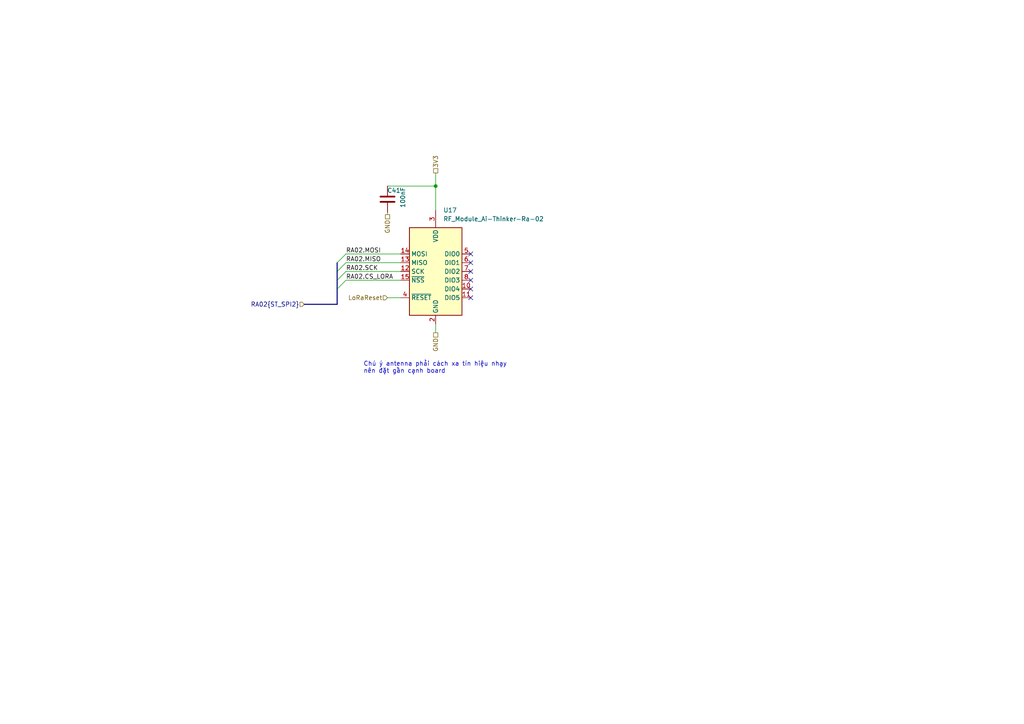
<source format=kicad_sch>
(kicad_sch (version 20231120) (generator "eeschema") (generator_version "8.0")
  (paper "A4")
  (lib_symbols
    (symbol "Device:C" (pin_numbers hide) (pin_names (offset 0.254))
      (property "Reference" "C" (at 0.635 2.54 0))
      (property "Value" "C" (at 0.635 -2.54 0))
      (symbol "C_0_1"
        (polyline (pts (xy -2.032 -0.762) (xy 2.032 -0.762)) (stroke (width 0.508)))
        (polyline (pts (xy -2.032 0.762) (xy 2.032 0.762)) (stroke (width 0.508)))
      )
      (symbol "C_1_1"
        (pin passive line (at 0 3.81 270) (length 2.794) (name "~") (number "1"))
        (pin passive line (at 0 -3.81 90) (length 2.794) (name "~") (number "2"))
      )
    )
    (symbol "SpiritBoi_Library:RF_Module_Ai-Thinker-Ra-02"
      (property "Reference" "U" (at 2.54 19.05 0))
      (property "Value" "RF_Module_Ai-Thinker-Ra-02" (at 13.97 -15.24 0))
      (symbol "RF_Module_Ai-Thinker-Ra-02_0_1"
        (rectangle (start -7.62 12.7) (end 7.62 -12.7) (stroke (width 0.254)) (fill (type background)))
      )
      (symbol "RF_Module_Ai-Thinker-Ra-02_1_1"
        (pin passive line (at 0 -15.24 90) (length 2.54) hide (name "GND") (number "1"))
        (pin bidirectional line (at 10.16 -5.08 180) (length 2.54) (name "DIO4") (number "10"))
        (pin bidirectional line (at 10.16 -7.62 180) (length 2.54) (name "DIO5") (number "11"))
        (pin input line (at -10.16 0 0) (length 2.54) (name "SCK") (number "12"))
        (pin output line (at -10.16 2.54 0) (length 2.54) (name "MISO") (number "13"))
        (pin input line (at -10.16 5.08 0) (length 2.54) (name "MOSI") (number "14"))
        (pin input line (at -10.16 -2.54 0) (length 2.54) (name "~{NSS}") (number "15"))
        (pin passive line (at 0 -15.24 90) (length 2.54) hide (name "GND") (number "16"))
        (pin power_in line (at 0 -15.24 90) (length 2.54) (name "GND") (number "2"))
        (pin power_in line (at 0 17.78 270) (length 5.08) (name "VDD") (number "3"))
        (pin input line (at -10.16 -7.62 0) (length 2.54) (name "~{RESET}") (number "4"))
        (pin bidirectional line (at 10.16 5.08 180) (length 2.54) (name "DIO0") (number "5"))
        (pin bidirectional line (at 10.16 2.54 180) (length 2.54) (name "DIO1") (number "6"))
        (pin bidirectional line (at 10.16 0 180) (length 2.54) (name "DIO2") (number "7"))
        (pin bidirectional line (at 10.16 -2.54 180) (length 2.54) (name "DIO3") (number "8"))
        (pin passive line (at 0 -15.24 90) (length 2.54) hide (name "GND") (number "9"))
      )
    )
  )
  (junction (at 126.365 53.975))
  (no_connect (at 136.525 86.36))
  (no_connect (at 136.525 83.82))
  (no_connect (at 136.525 76.2))
  (no_connect (at 136.525 81.28))
  (no_connect (at 136.525 78.74))
  (no_connect (at 136.525 73.66))
  (bus_entry (at 100.33 76.2) (size -2.54 2.54))
  (bus_entry (at 100.33 81.28) (size -2.54 2.54))
  (bus_entry (at 100.33 73.66) (size -2.54 2.54))
  (bus_entry (at 100.33 78.74) (size -2.54 2.54))
  (bus (pts (xy 97.79 81.28) (xy 97.79 83.82)))
  (wire (pts (xy 126.365 93.98) (xy 126.365 96.52)))
  (bus (pts (xy 88.265 88.265) (xy 97.79 88.265)))
  (wire (pts (xy 112.395 53.975) (xy 126.365 53.975)))
  (wire (pts (xy 100.33 78.74) (xy 116.205 78.74)))
  (wire (pts (xy 100.33 81.28) (xy 116.205 81.28)))
  (bus (pts (xy 97.79 83.82) (xy 97.79 88.265)))
  (wire (pts (xy 126.365 53.975) (xy 126.365 60.96)))
  (bus (pts (xy 97.79 78.74) (xy 97.79 81.28)))
  (wire (pts (xy 100.33 76.2) (xy 116.205 76.2)))
  (wire (pts (xy 100.33 73.66) (xy 116.205 73.66)))
  (wire (pts (xy 126.365 50.165) (xy 126.365 53.975)))
  (bus (pts (xy 97.79 76.2) (xy 97.79 78.74)))
  (wire (pts (xy 112.395 62.23) (xy 112.395 61.595)))
  (wire (pts (xy 112.395 86.36) (xy 116.205 86.36)))
  (text "Chú ý antenna phải cách xa tín hiệu nhạy\nnên đặt gần cạnh board" (at 105.41 106.68 0) (effects (font (size 1.27 1.27)) (justify left)))
  (label "RA02.SCK" (at 100.33 78.74 0))
  (label "RA02.MISO" (at 100.33 76.2 0))
  (label "RA02.MOSI" (at 100.33 73.66 0))
  (label "RA02.CS_LORA" (at 100.33 81.28 0))
  (hierarchical_label "GND" (shape passive) (at 126.365 96.52 270))
  (hierarchical_label "3V3" (shape passive) (at 126.365 50.165 90))
  (hierarchical_label "RA02{ST_SPI2}" (shape input) (at 88.265 88.265 180))
  (hierarchical_label "GND" (shape passive) (at 112.395 62.23 270))
  (hierarchical_label "LoRaReset" (shape input) (at 112.395 86.36 180))
  (symbol (lib_id "Device:C") (at 112.395 57.785 0) (mirror y) (unit 1)
    (property "Reference" "C41" (at 116.205 55.245 0) (effects (justify left)))
    (property "Value" "100nF" (at 116.84 60.325 90) (effects (justify left)))
    (property "Footprint" "SpiritBoi_Footprint_Library:C_0805" (effects (hide yes)))
  )
  (symbol (lib_id "SpiritBoi_Library:RF_Module_Ai-Thinker-Ra-02") (at 126.365 78.74 0) (unit 1)
    (property "Reference" "U17" (at 128.5591 60.96 0) (effects (justify left)))
    (property "Value" "RF_Module_Ai-Thinker-Ra-02" (at 128.5591 63.5 0) (effects (justify left)))
    (property "Footprint" "SpiritBoi_Footprint_Library:Module-LORA-RA02" (effects (hide yes)))
    (property "Datasheet" "http://wiki.ai-thinker.com/_media/lora/docs/c048ps01a1_ra-02_product_specification_v1.1.pdf" (effects (hide yes)))
    (property "Description" "Ai-Thinker Ra-02 410-525 MHz LoRa Module, SPI interface, U.FL antenna connector" (effects (hide yes)))
    (property "Thegioiic_Buylink" "https://www.thegioiic.com/sx1278-lora-ra-02-ai-thinker-mach-thu-phat-rf-433mhz-10km" (effects (hide yes)))
    (property "ICDAYROI_Buylink" "https://icdayroi.com/mach-thu-phat-rf-spi-lora-ra-02-sx1278-433mhz" (effects (hide yes)))
  )
)
</source>
